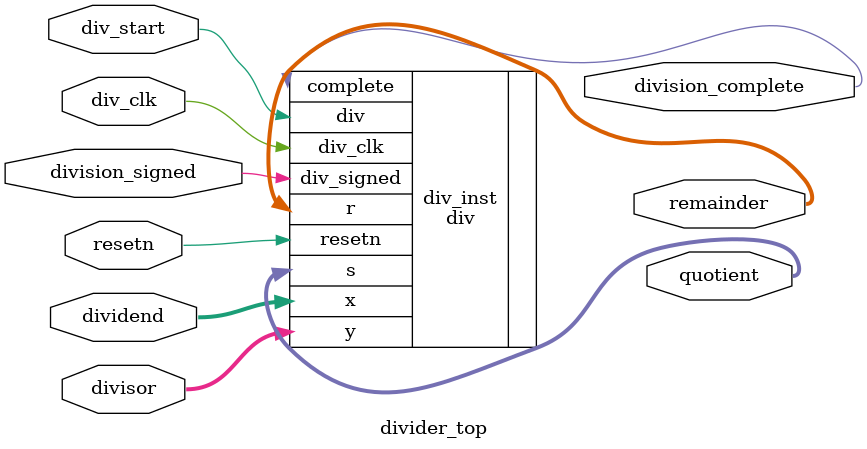
<source format=v>
module divider_top (
    input  div_start,           // Renamed from div
    input  division_signed,     // Renamed from div_signed
    input  [31:0] dividend,     // Renamed from x
    input  [31:0] divisor,      // Renamed from y

    output division_complete,   // Renamed from complete
    output [31:0] quotient,     // Renamed from s
    output [31:0] remainder,    // Renamed from r

    input  div_clk,
    input  resetn
);

    div div_inst (
        .div(div_start),
        .div_signed(division_signed),
        .x(dividend),
        .y(divisor),
        .complete(division_complete),
        .s(quotient),
        .r(remainder),
        .div_clk(div_clk),
        .resetn(resetn)
    );

endmodule

</source>
